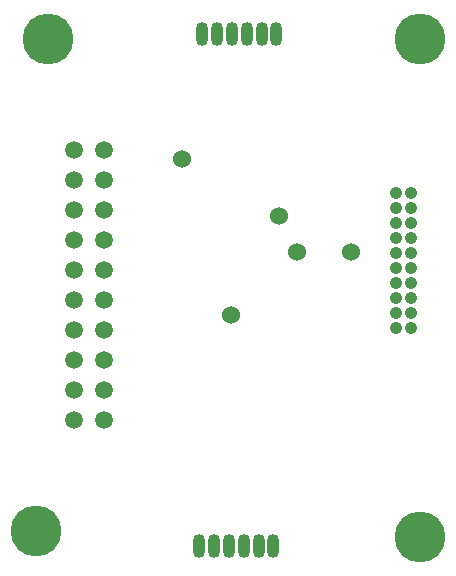
<source format=gbr>
%TF.GenerationSoftware,KiCad,Pcbnew,7.0.6*%
%TF.CreationDate,2023-08-02T20:25:14-07:00*%
%TF.ProjectId,A0004-SWD-Adapter,41303030-342d-4535-9744-2d4164617074,rev?*%
%TF.SameCoordinates,Original*%
%TF.FileFunction,Soldermask,Top*%
%TF.FilePolarity,Negative*%
%FSLAX46Y46*%
G04 Gerber Fmt 4.6, Leading zero omitted, Abs format (unit mm)*
G04 Created by KiCad (PCBNEW 7.0.6) date 2023-08-02 20:25:14*
%MOMM*%
%LPD*%
G01*
G04 APERTURE LIST*
%ADD10C,1.498600*%
%ADD11O,1.016000X2.032000*%
%ADD12C,4.300000*%
%ADD13C,1.066800*%
%ADD14C,1.524000*%
G04 APERTURE END LIST*
D10*
%TO.C,P1*%
X124123450Y-112059999D03*
X121583450Y-112059999D03*
X124123450Y-109519999D03*
X121583450Y-109519999D03*
X124123450Y-106979999D03*
X121583450Y-106979999D03*
X124123450Y-104439999D03*
X121583450Y-104439999D03*
X124123450Y-101899999D03*
X121583450Y-101899999D03*
X124123450Y-99359999D03*
X121583450Y-99359999D03*
X124123450Y-96819999D03*
X121583450Y-96819999D03*
X124123450Y-94279999D03*
X121583450Y-94279999D03*
X124123450Y-91739999D03*
X121583450Y-91739999D03*
X124123450Y-89199999D03*
X121583450Y-89199999D03*
%TD*%
D11*
%TO.C,P4*%
X132434000Y-79375000D03*
X133684000Y-79375000D03*
X134934000Y-79375000D03*
X136184000Y-79375000D03*
X137434000Y-79375000D03*
X138684000Y-79375000D03*
%TD*%
%TO.C,P3*%
X138430000Y-122682000D03*
X137180000Y-122682000D03*
X135930000Y-122682000D03*
X134680000Y-122682000D03*
X133430000Y-122682000D03*
X132180000Y-122682000D03*
%TD*%
D12*
%TO.C,H1*%
X150876000Y-79756000D03*
%TD*%
D13*
%TO.C,P2*%
X148832950Y-92837000D03*
X150102950Y-92837000D03*
X148832950Y-94107000D03*
X150102950Y-94107000D03*
X148832950Y-95377000D03*
X150102950Y-95377000D03*
X148832950Y-96647000D03*
X150102950Y-96647000D03*
X148832950Y-97917000D03*
X150102950Y-97917000D03*
X148832950Y-99187000D03*
X150102950Y-99187000D03*
X148832950Y-100457000D03*
X150102950Y-100457000D03*
X148832950Y-101727000D03*
X150102950Y-101727000D03*
X148832950Y-102997000D03*
X150102950Y-102997000D03*
X148832950Y-104267000D03*
X150102950Y-104267000D03*
%TD*%
D14*
%TO.C,TP1*%
X130683000Y-89916000D03*
%TD*%
%TO.C,TP5*%
X145034000Y-97790000D03*
%TD*%
D12*
%TO.C,H4*%
X118364000Y-121412000D03*
%TD*%
%TO.C,H3*%
X119380000Y-79756000D03*
%TD*%
D14*
%TO.C,TP6*%
X134874000Y-103124000D03*
%TD*%
D12*
%TO.C,H2*%
X150876000Y-121920000D03*
%TD*%
D14*
%TO.C,TP4*%
X140462000Y-97790000D03*
%TD*%
%TO.C,TP7*%
X138938000Y-94742000D03*
%TD*%
M02*

</source>
